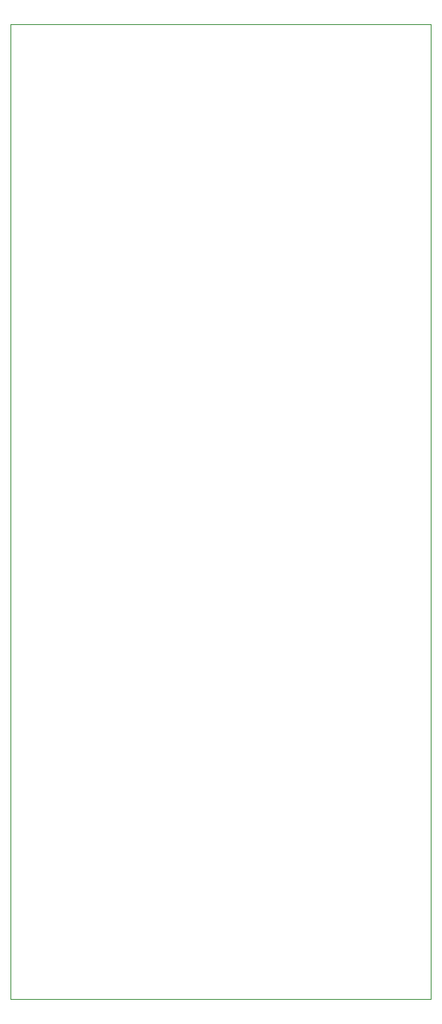
<source format=gm1>
G04 #@! TF.GenerationSoftware,KiCad,Pcbnew,5.1.6-c6e7f7d~87~ubuntu20.04.1*
G04 #@! TF.CreationDate,2020-08-06T14:23:34-04:00*
G04 #@! TF.ProjectId,Buoy_WithoutGSM,42756f79-5f57-4697-9468-6f757447534d,Leonardo Ward*
G04 #@! TF.SameCoordinates,Original*
G04 #@! TF.FileFunction,Profile,NP*
%FSLAX46Y46*%
G04 Gerber Fmt 4.6, Leading zero omitted, Abs format (unit mm)*
G04 Created by KiCad (PCBNEW 5.1.6-c6e7f7d~87~ubuntu20.04.1) date 2020-08-06 14:23:34*
%MOMM*%
%LPD*%
G01*
G04 APERTURE LIST*
G04 #@! TA.AperFunction,Profile*
%ADD10C,0.050000*%
G04 #@! TD*
G04 APERTURE END LIST*
D10*
X177800000Y-54356000D02*
X177800000Y-59690000D01*
X133604000Y-54356000D02*
X177800000Y-54356000D01*
X133604000Y-59690000D02*
X133604000Y-54356000D01*
X133604000Y-149352000D02*
X133604000Y-59690000D01*
X177800000Y-59690000D02*
X177800000Y-149352000D01*
X177800000Y-156718000D02*
X177800000Y-149352000D01*
X133604000Y-156718000D02*
X177800000Y-156718000D01*
X133604000Y-149352000D02*
X133604000Y-156718000D01*
M02*

</source>
